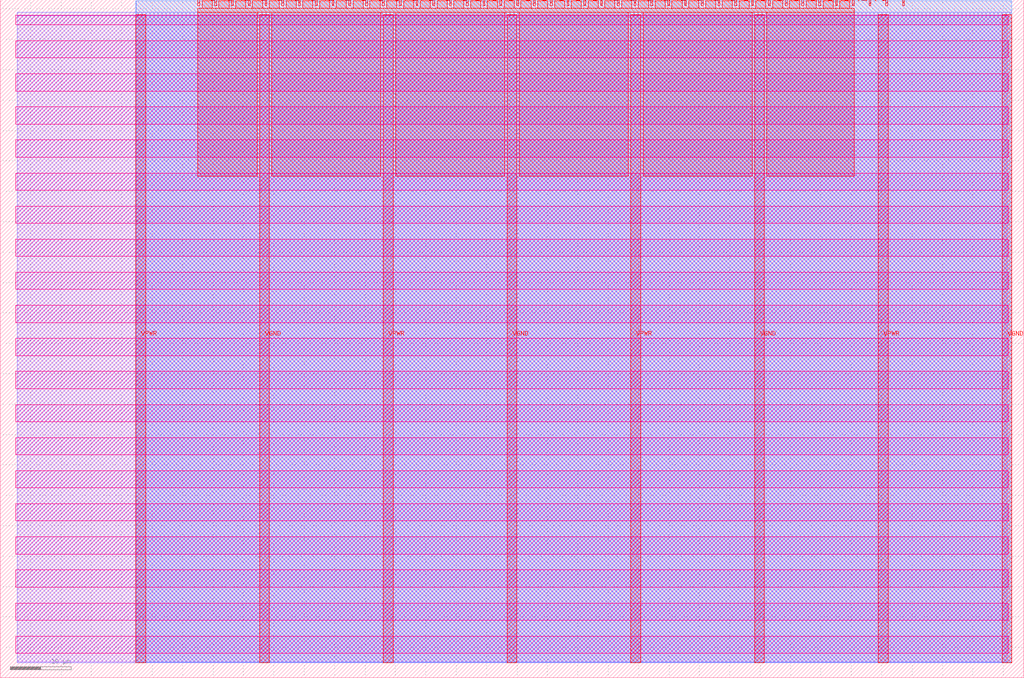
<source format=lef>
VERSION 5.7 ;
  NOWIREEXTENSIONATPIN ON ;
  DIVIDERCHAR "/" ;
  BUSBITCHARS "[]" ;
MACRO tt_um_rebel2_balanced_ternary_ALU_dup
  CLASS BLOCK ;
  FOREIGN tt_um_rebel2_balanced_ternary_ALU_dup ;
  ORIGIN 0.000 0.000 ;
  SIZE 168.360 BY 111.520 ;
  PIN VGND
    DIRECTION INOUT ;
    USE GROUND ;
    PORT
      LAYER met4 ;
        RECT 42.670 2.480 44.270 109.040 ;
    END
    PORT
      LAYER met4 ;
        RECT 83.380 2.480 84.980 109.040 ;
    END
    PORT
      LAYER met4 ;
        RECT 124.090 2.480 125.690 109.040 ;
    END
    PORT
      LAYER met4 ;
        RECT 164.800 2.480 166.400 109.040 ;
    END
  END VGND
  PIN VPWR
    DIRECTION INOUT ;
    USE POWER ;
    PORT
      LAYER met4 ;
        RECT 22.315 2.480 23.915 109.040 ;
    END
    PORT
      LAYER met4 ;
        RECT 63.025 2.480 64.625 109.040 ;
    END
    PORT
      LAYER met4 ;
        RECT 103.735 2.480 105.335 109.040 ;
    END
    PORT
      LAYER met4 ;
        RECT 144.445 2.480 146.045 109.040 ;
    END
  END VPWR
  PIN clk
    DIRECTION INPUT ;
    USE SIGNAL ;
    PORT
      LAYER met4 ;
        RECT 145.670 110.520 145.970 111.520 ;
    END
  END clk
  PIN ena
    DIRECTION INPUT ;
    USE SIGNAL ;
    PORT
      LAYER met4 ;
        RECT 148.430 110.520 148.730 111.520 ;
    END
  END ena
  PIN rst_n
    DIRECTION INPUT ;
    USE SIGNAL ;
    PORT
      LAYER met4 ;
        RECT 142.910 110.520 143.210 111.520 ;
    END
  END rst_n
  PIN ui_in[0]
    DIRECTION INPUT ;
    USE SIGNAL ;
    ANTENNAGATEAREA 0.159000 ;
    PORT
      LAYER met4 ;
        RECT 140.150 110.520 140.450 111.520 ;
    END
  END ui_in[0]
  PIN ui_in[1]
    DIRECTION INPUT ;
    USE SIGNAL ;
    ANTENNAGATEAREA 0.159000 ;
    PORT
      LAYER met4 ;
        RECT 137.390 110.520 137.690 111.520 ;
    END
  END ui_in[1]
  PIN ui_in[2]
    DIRECTION INPUT ;
    USE SIGNAL ;
    ANTENNAGATEAREA 0.196500 ;
    PORT
      LAYER met4 ;
        RECT 134.630 110.520 134.930 111.520 ;
    END
  END ui_in[2]
  PIN ui_in[3]
    DIRECTION INPUT ;
    USE SIGNAL ;
    ANTENNAGATEAREA 0.213000 ;
    PORT
      LAYER met4 ;
        RECT 131.870 110.520 132.170 111.520 ;
    END
  END ui_in[3]
  PIN ui_in[4]
    DIRECTION INPUT ;
    USE SIGNAL ;
    ANTENNAGATEAREA 0.159000 ;
    PORT
      LAYER met4 ;
        RECT 129.110 110.520 129.410 111.520 ;
    END
  END ui_in[4]
  PIN ui_in[5]
    DIRECTION INPUT ;
    USE SIGNAL ;
    ANTENNAGATEAREA 0.213000 ;
    PORT
      LAYER met4 ;
        RECT 126.350 110.520 126.650 111.520 ;
    END
  END ui_in[5]
  PIN ui_in[6]
    DIRECTION INPUT ;
    USE SIGNAL ;
    ANTENNAGATEAREA 0.213000 ;
    PORT
      LAYER met4 ;
        RECT 123.590 110.520 123.890 111.520 ;
    END
  END ui_in[6]
  PIN ui_in[7]
    DIRECTION INPUT ;
    USE SIGNAL ;
    ANTENNAGATEAREA 0.213000 ;
    PORT
      LAYER met4 ;
        RECT 120.830 110.520 121.130 111.520 ;
    END
  END ui_in[7]
  PIN uio_in[0]
    DIRECTION INPUT ;
    USE SIGNAL ;
    ANTENNAGATEAREA 0.196500 ;
    PORT
      LAYER met4 ;
        RECT 118.070 110.520 118.370 111.520 ;
    END
  END uio_in[0]
  PIN uio_in[1]
    DIRECTION INPUT ;
    USE SIGNAL ;
    ANTENNAGATEAREA 0.196500 ;
    PORT
      LAYER met4 ;
        RECT 115.310 110.520 115.610 111.520 ;
    END
  END uio_in[1]
  PIN uio_in[2]
    DIRECTION INPUT ;
    USE SIGNAL ;
    ANTENNAGATEAREA 0.213000 ;
    PORT
      LAYER met4 ;
        RECT 112.550 110.520 112.850 111.520 ;
    END
  END uio_in[2]
  PIN uio_in[3]
    DIRECTION INPUT ;
    USE SIGNAL ;
    ANTENNAGATEAREA 0.213000 ;
    PORT
      LAYER met4 ;
        RECT 109.790 110.520 110.090 111.520 ;
    END
  END uio_in[3]
  PIN uio_in[4]
    DIRECTION INPUT ;
    USE SIGNAL ;
    ANTENNAGATEAREA 0.213000 ;
    PORT
      LAYER met4 ;
        RECT 107.030 110.520 107.330 111.520 ;
    END
  END uio_in[4]
  PIN uio_in[5]
    DIRECTION INPUT ;
    USE SIGNAL ;
    ANTENNAGATEAREA 0.213000 ;
    PORT
      LAYER met4 ;
        RECT 104.270 110.520 104.570 111.520 ;
    END
  END uio_in[5]
  PIN uio_in[6]
    DIRECTION INPUT ;
    USE SIGNAL ;
    ANTENNAGATEAREA 0.196500 ;
    PORT
      LAYER met4 ;
        RECT 101.510 110.520 101.810 111.520 ;
    END
  END uio_in[6]
  PIN uio_in[7]
    DIRECTION INPUT ;
    USE SIGNAL ;
    ANTENNAGATEAREA 0.213000 ;
    PORT
      LAYER met4 ;
        RECT 98.750 110.520 99.050 111.520 ;
    END
  END uio_in[7]
  PIN uio_oe[0]
    DIRECTION OUTPUT TRISTATE ;
    USE SIGNAL ;
    PORT
      LAYER met4 ;
        RECT 51.830 110.520 52.130 111.520 ;
    END
  END uio_oe[0]
  PIN uio_oe[1]
    DIRECTION OUTPUT TRISTATE ;
    USE SIGNAL ;
    PORT
      LAYER met4 ;
        RECT 49.070 110.520 49.370 111.520 ;
    END
  END uio_oe[1]
  PIN uio_oe[2]
    DIRECTION OUTPUT TRISTATE ;
    USE SIGNAL ;
    PORT
      LAYER met4 ;
        RECT 46.310 110.520 46.610 111.520 ;
    END
  END uio_oe[2]
  PIN uio_oe[3]
    DIRECTION OUTPUT TRISTATE ;
    USE SIGNAL ;
    PORT
      LAYER met4 ;
        RECT 43.550 110.520 43.850 111.520 ;
    END
  END uio_oe[3]
  PIN uio_oe[4]
    DIRECTION OUTPUT TRISTATE ;
    USE SIGNAL ;
    PORT
      LAYER met4 ;
        RECT 40.790 110.520 41.090 111.520 ;
    END
  END uio_oe[4]
  PIN uio_oe[5]
    DIRECTION OUTPUT TRISTATE ;
    USE SIGNAL ;
    PORT
      LAYER met4 ;
        RECT 38.030 110.520 38.330 111.520 ;
    END
  END uio_oe[5]
  PIN uio_oe[6]
    DIRECTION OUTPUT TRISTATE ;
    USE SIGNAL ;
    PORT
      LAYER met4 ;
        RECT 35.270 110.520 35.570 111.520 ;
    END
  END uio_oe[6]
  PIN uio_oe[7]
    DIRECTION OUTPUT TRISTATE ;
    USE SIGNAL ;
    PORT
      LAYER met4 ;
        RECT 32.510 110.520 32.810 111.520 ;
    END
  END uio_oe[7]
  PIN uio_out[0]
    DIRECTION OUTPUT TRISTATE ;
    USE SIGNAL ;
    PORT
      LAYER met4 ;
        RECT 73.910 110.520 74.210 111.520 ;
    END
  END uio_out[0]
  PIN uio_out[1]
    DIRECTION OUTPUT TRISTATE ;
    USE SIGNAL ;
    PORT
      LAYER met4 ;
        RECT 71.150 110.520 71.450 111.520 ;
    END
  END uio_out[1]
  PIN uio_out[2]
    DIRECTION OUTPUT TRISTATE ;
    USE SIGNAL ;
    PORT
      LAYER met4 ;
        RECT 68.390 110.520 68.690 111.520 ;
    END
  END uio_out[2]
  PIN uio_out[3]
    DIRECTION OUTPUT TRISTATE ;
    USE SIGNAL ;
    PORT
      LAYER met4 ;
        RECT 65.630 110.520 65.930 111.520 ;
    END
  END uio_out[3]
  PIN uio_out[4]
    DIRECTION OUTPUT TRISTATE ;
    USE SIGNAL ;
    PORT
      LAYER met4 ;
        RECT 62.870 110.520 63.170 111.520 ;
    END
  END uio_out[4]
  PIN uio_out[5]
    DIRECTION OUTPUT TRISTATE ;
    USE SIGNAL ;
    PORT
      LAYER met4 ;
        RECT 60.110 110.520 60.410 111.520 ;
    END
  END uio_out[5]
  PIN uio_out[6]
    DIRECTION OUTPUT TRISTATE ;
    USE SIGNAL ;
    PORT
      LAYER met4 ;
        RECT 57.350 110.520 57.650 111.520 ;
    END
  END uio_out[6]
  PIN uio_out[7]
    DIRECTION OUTPUT TRISTATE ;
    USE SIGNAL ;
    PORT
      LAYER met4 ;
        RECT 54.590 110.520 54.890 111.520 ;
    END
  END uio_out[7]
  PIN uo_out[0]
    DIRECTION OUTPUT TRISTATE ;
    USE SIGNAL ;
    ANTENNADIFFAREA 0.795200 ;
    PORT
      LAYER met4 ;
        RECT 95.990 110.520 96.290 111.520 ;
    END
  END uo_out[0]
  PIN uo_out[1]
    DIRECTION OUTPUT TRISTATE ;
    USE SIGNAL ;
    ANTENNADIFFAREA 0.795200 ;
    PORT
      LAYER met4 ;
        RECT 93.230 110.520 93.530 111.520 ;
    END
  END uo_out[1]
  PIN uo_out[2]
    DIRECTION OUTPUT TRISTATE ;
    USE SIGNAL ;
    ANTENNADIFFAREA 1.782000 ;
    PORT
      LAYER met4 ;
        RECT 90.470 110.520 90.770 111.520 ;
    END
  END uo_out[2]
  PIN uo_out[3]
    DIRECTION OUTPUT TRISTATE ;
    USE SIGNAL ;
    ANTENNADIFFAREA 0.891000 ;
    PORT
      LAYER met4 ;
        RECT 87.710 110.520 88.010 111.520 ;
    END
  END uo_out[3]
  PIN uo_out[4]
    DIRECTION OUTPUT TRISTATE ;
    USE SIGNAL ;
    ANTENNADIFFAREA 0.891000 ;
    PORT
      LAYER met4 ;
        RECT 84.950 110.520 85.250 111.520 ;
    END
  END uo_out[4]
  PIN uo_out[5]
    DIRECTION OUTPUT TRISTATE ;
    USE SIGNAL ;
    ANTENNADIFFAREA 0.891000 ;
    PORT
      LAYER met4 ;
        RECT 82.190 110.520 82.490 111.520 ;
    END
  END uo_out[5]
  PIN uo_out[6]
    DIRECTION OUTPUT TRISTATE ;
    USE SIGNAL ;
    ANTENNADIFFAREA 0.891000 ;
    PORT
      LAYER met4 ;
        RECT 79.430 110.520 79.730 111.520 ;
    END
  END uo_out[6]
  PIN uo_out[7]
    DIRECTION OUTPUT TRISTATE ;
    USE SIGNAL ;
    ANTENNADIFFAREA 0.795200 ;
    PORT
      LAYER met4 ;
        RECT 76.670 110.520 76.970 111.520 ;
    END
  END uo_out[7]
  OBS
      LAYER nwell ;
        RECT 2.570 107.385 165.790 108.990 ;
        RECT 2.570 101.945 165.790 104.775 ;
        RECT 2.570 96.505 165.790 99.335 ;
        RECT 2.570 91.065 165.790 93.895 ;
        RECT 2.570 85.625 165.790 88.455 ;
        RECT 2.570 80.185 165.790 83.015 ;
        RECT 2.570 74.745 165.790 77.575 ;
        RECT 2.570 69.305 165.790 72.135 ;
        RECT 2.570 63.865 165.790 66.695 ;
        RECT 2.570 58.425 165.790 61.255 ;
        RECT 2.570 52.985 165.790 55.815 ;
        RECT 2.570 47.545 165.790 50.375 ;
        RECT 2.570 42.105 165.790 44.935 ;
        RECT 2.570 36.665 165.790 39.495 ;
        RECT 2.570 31.225 165.790 34.055 ;
        RECT 2.570 25.785 165.790 28.615 ;
        RECT 2.570 20.345 165.790 23.175 ;
        RECT 2.570 14.905 165.790 17.735 ;
        RECT 2.570 9.465 165.790 12.295 ;
        RECT 2.570 4.025 165.790 6.855 ;
      LAYER li1 ;
        RECT 2.760 2.635 165.600 108.885 ;
      LAYER met1 ;
        RECT 2.760 2.480 166.400 109.440 ;
      LAYER met2 ;
        RECT 22.345 2.535 166.370 111.365 ;
      LAYER met3 ;
        RECT 22.325 2.555 166.390 111.345 ;
      LAYER met4 ;
        RECT 33.210 110.120 34.870 111.345 ;
        RECT 35.970 110.120 37.630 111.345 ;
        RECT 38.730 110.120 40.390 111.345 ;
        RECT 41.490 110.120 43.150 111.345 ;
        RECT 44.250 110.120 45.910 111.345 ;
        RECT 47.010 110.120 48.670 111.345 ;
        RECT 49.770 110.120 51.430 111.345 ;
        RECT 52.530 110.120 54.190 111.345 ;
        RECT 55.290 110.120 56.950 111.345 ;
        RECT 58.050 110.120 59.710 111.345 ;
        RECT 60.810 110.120 62.470 111.345 ;
        RECT 63.570 110.120 65.230 111.345 ;
        RECT 66.330 110.120 67.990 111.345 ;
        RECT 69.090 110.120 70.750 111.345 ;
        RECT 71.850 110.120 73.510 111.345 ;
        RECT 74.610 110.120 76.270 111.345 ;
        RECT 77.370 110.120 79.030 111.345 ;
        RECT 80.130 110.120 81.790 111.345 ;
        RECT 82.890 110.120 84.550 111.345 ;
        RECT 85.650 110.120 87.310 111.345 ;
        RECT 88.410 110.120 90.070 111.345 ;
        RECT 91.170 110.120 92.830 111.345 ;
        RECT 93.930 110.120 95.590 111.345 ;
        RECT 96.690 110.120 98.350 111.345 ;
        RECT 99.450 110.120 101.110 111.345 ;
        RECT 102.210 110.120 103.870 111.345 ;
        RECT 104.970 110.120 106.630 111.345 ;
        RECT 107.730 110.120 109.390 111.345 ;
        RECT 110.490 110.120 112.150 111.345 ;
        RECT 113.250 110.120 114.910 111.345 ;
        RECT 116.010 110.120 117.670 111.345 ;
        RECT 118.770 110.120 120.430 111.345 ;
        RECT 121.530 110.120 123.190 111.345 ;
        RECT 124.290 110.120 125.950 111.345 ;
        RECT 127.050 110.120 128.710 111.345 ;
        RECT 129.810 110.120 131.470 111.345 ;
        RECT 132.570 110.120 134.230 111.345 ;
        RECT 135.330 110.120 136.990 111.345 ;
        RECT 138.090 110.120 139.750 111.345 ;
        RECT 32.495 109.440 140.465 110.120 ;
        RECT 32.495 82.455 42.270 109.440 ;
        RECT 44.670 82.455 62.625 109.440 ;
        RECT 65.025 82.455 82.980 109.440 ;
        RECT 85.380 82.455 103.335 109.440 ;
        RECT 105.735 82.455 123.690 109.440 ;
        RECT 126.090 82.455 140.465 109.440 ;
  END
END tt_um_rebel2_balanced_ternary_ALU_dup
END LIBRARY


</source>
